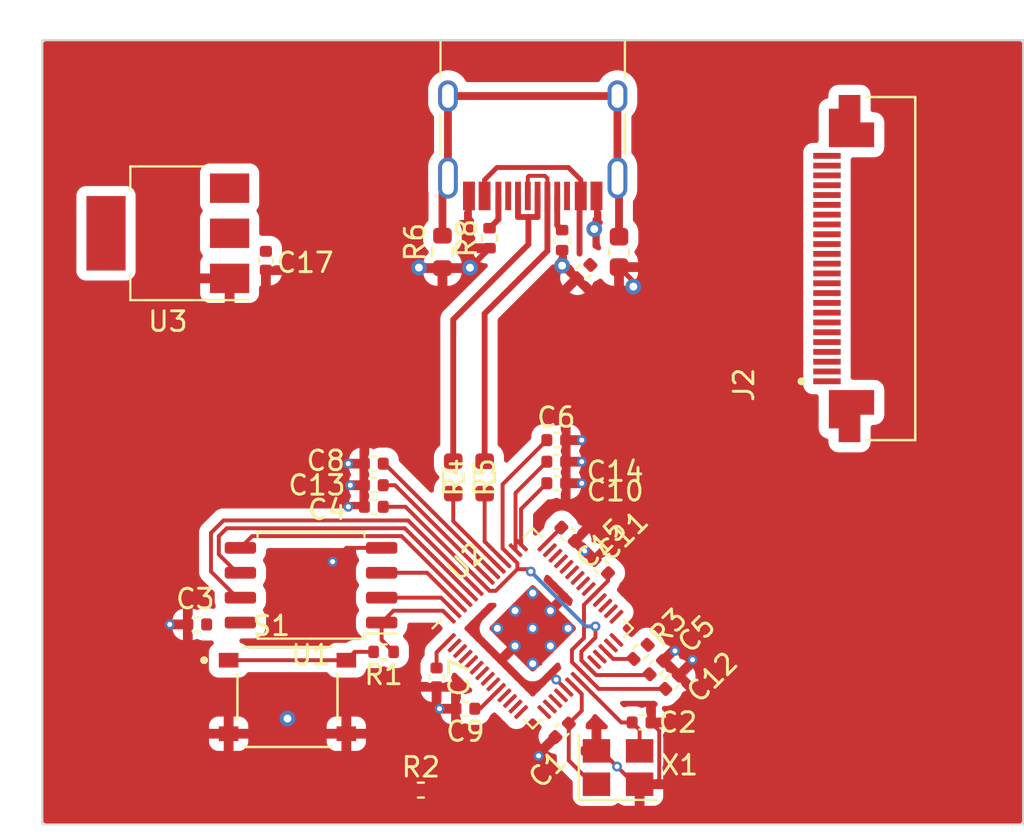
<source format=kicad_pcb>
(kicad_pcb (version 20240108) (generator "pcbnew") (generator_version "8.0")
  (layers (0 "F.Cu" signal) (31 "B.Cu" signal) (34 "B.Paste" user) (35 "F.Paste" user) (36 "B.SilkS" user "B.Silkscreen") (37 "F.SilkS" user "F.Silkscreen") (38 "B.Mask" user) (39 "F.Mask" user) (44 "Edge.Cuts" user))
  (net 0 "")
  (net 1 "Net-(U2-XIN)")
  (net 2 "GND")
  (net 3 "Net-(U2-XOUT)")
  (net 4 "/USB_D-")
  (net 5 "Net-(J1-SHIELD)")
  (net 6 "/USB_D+")
  (net 7 "/QSPI_SS")
  (net 8 "+3V3")
  (net 9 "Net-(J1-CC1)")
  (net 11 "Net-(J1-CC2)")
  (net 13 "Net-(U2-RUN)")
  (net 14 "+1V1")
  (net 15 "Net-(U2-USB_DP)")
  (net 16 "Net-(U2-USB_DM)")
  (net 17 "Net-(R1-Pad2)")
  (net 18 "Net-(U1-DO(IO1))")
  (net 19 "Net-(U1-IO2)")
  (net 20 "Net-(U1-DI(IO0))")
  (net 21 "Net-(U1-CLK)")
  (net 22 "Net-(U1-IO3)")
  (net 24 "Net-(J2-Pin_2)")
  (net 25 "Net-(J2-Pin_23)")
  (net 26 "Net-(J2-Pin_14)")
  (net 27 "Net-(J2-Pin_1)")
  (net 28 "Net-(J2-Pin_10)")
  (net 29 "Net-(J2-Pin_11)")
  (net 30 "Net-(J2-Pin_5)")
  (net 31 "VBUS")
  (net 32 "Net-(J2-Pin_22)")
  (net 33 "Net-(J2-Pin_20)")
  (net 34 "Net-(J2-Pin_17)")
  (net 35 "Net-(J2-Pin_6)")
  (net 36 "Net-(J2-Pin_19)")
  (net 37 "Net-(J2-Pin_18)")
  (net 38 "Net-(J2-Pin_24)")
  (net 39 "Net-(J2-Pin_4)")
  (net 42 "Net-(J2-Pin_3)")
  (net 43 "Net-(J2-Pin_13)")
  (net 44 "Net-(J2-Pin_9)")
  (net 45 "Net-(J2-Pin_16)")
  (net 46 "Net-(J2-Pin_7)")
  (net 52 "Net-(J2-Pin_21)")
  (net 53 "Net-(J2-Pin_15)")
  (net 54 "Net-(J2-Pin_8)")
  (net 55 "Net-(J2-Pin_12)")
  (footprint "Capacitor_SMD:C_0402_1005Metric" (layer "F.Cu") (at 120.1 132.5 -90)
    (property "Reference" "C7" (at 0 -1.16 90) (layer "F.SilkS"))
    (property "Value" "100n")
    (pad "1" smd roundrect (at -0.48 0 270) (size 0.56 0.62) (layers "F.Cu" "F.Paste" "F.Mask") (net 8 "+3V3"))
    (pad "2" smd roundrect (at 0.48 0 270) (size 0.56 0.62) (layers "F.Cu" "F.Paste" "F.Mask") (net 2 "GND"))
  )
  (footprint "Resistor_SMD:R_0402_1005Metric" (layer "F.Cu") (at 130.5 131.2 -135)
    (property "Reference" "R3" (at -1.873833 -0.106066 45) (layer "F.SilkS"))
    (property "Value" "10k")
    (pad "1" smd roundrect (at -0.509999 0 225) (size 0.54 0.64) (layers "F.Cu" "F.Paste" "F.Mask") (net 8 "+3V3"))
    (pad "2" smd roundrect (at 0.509999 0 225) (size 0.54 0.64) (layers "F.Cu" "F.Paste" "F.Mask") (net 13 "Net-(U2-RUN)"))
  )
  (footprint "Capacitor_SMD:C_0402_1005Metric" (layer "F.Cu") (at 111.4 111.25 90)
    (property "Reference" "C17" (at -0.1 2 180) (layer "F.SilkS"))
    (property "Value" "10u")
    (pad "1" smd roundrect (at -0.48 0 90) (size 0.56 0.62) (layers "F.Cu" "F.Paste" "F.Mask") (net 2 "GND"))
    (pad "2" smd roundrect (at 0.48 0 90) (size 0.56 0.62) (layers "F.Cu" "F.Paste" "F.Mask") (net 8 "+3V3"))
  )
  (footprint "Capacitor_SMD:C_0402_1005Metric" (layer "F.Cu") (at 127.6 111.8 45)
    (property "Reference" "C18" (hide yes))
    (property "Value" "10u")
    (pad "1" smd roundrect (at -0.48 0 45) (size 0.56 0.62) (layers "F.Cu" "F.Paste" "F.Mask") (net 2 "GND"))
    (pad "2" smd roundrect (at 0.48 0 45) (size 0.56 0.62) (layers "F.Cu" "F.Paste" "F.Mask") (net 31 "VBUS"))
  )
  (footprint "Resistor_SMD:R_0603_1608Metric" (layer "F.Cu") (at 122.55 122.3 90)
    (property "Reference" "R5" (at 0 0 90) (layer "F.SilkS"))
    (property "Value" "27")
    (pad "1" smd roundrect (at -0.825 0 90) (size 0.8 0.95) (layers "F.Cu" "F.Paste" "F.Mask") (net 16 "Net-(U2-USB_DM)"))
    (pad "2" smd roundrect (at 0.825 0 90) (size 0.8 0.95) (layers "F.Cu" "F.Paste" "F.Mask") (net 4 "/USB_D-"))
  )
  (footprint "RP2040_minimal:RP2040-QFN-56" (layer "F.Cu") (at 125 130 45)
    (property "Reference" "U2" (at 0 -4.82 45) (layer "F.SilkS"))
    (property "Value" "RP2040")
    (pad "1" smd roundrect (at -3.4375 -2.6 45) (size 0.875 0.2) (layers "F.Cu" "F.Paste" "F.Mask") (net 8 "+3V3"))
    (pad "2" smd roundrect (at -3.4375 -2.199999 45) (size 0.875 0.2) (layers "F.Cu" "F.Paste" "F.Mask"))
    (pad "3" smd roundrect (at -3.4375 -1.8 45) (size 0.875 0.2) (layers "F.Cu" "F.Paste" "F.Mask") (net 27 "Net-(J2-Pin_1)"))
    (pad "4" smd roundrect (at -3.4375 -1.4 45) (size 0.875 0.2) (layers "F.Cu" "F.Paste" "F.Mask") (net 24 "Net-(J2-Pin_2)"))
    (pad "5" smd roundrect (at -3.4375 -1 45) (size 0.875 0.2) (layers "F.Cu" "F.Paste" "F.Mask") (net 42 "Net-(J2-Pin_3)"))
    (pad "6" smd roundrect (at -3.4375 -0.600001 45) (size 0.875 0.2) (layers "F.Cu" "F.Paste" "F.Mask") (net 39 "Net-(J2-Pin_4)"))
    (pad "7" smd roundrect (at -3.4375 -0.2 45) (size 0.875 0.2) (layers "F.Cu" "F.Paste" "F.Mask") (net 30 "Net-(J2-Pin_5)"))
    (pad "8" smd roundrect (at -3.4375 0.2 45) (size 0.875 0.2) (layers "F.Cu" "F.Paste" "F.Mask") (net 35 "Net-(J2-Pin_6)"))
    (pad "9" smd roundrect (at -3.4375 0.600001 45) (size 0.875 0.2) (layers "F.Cu" "F.Paste" "F.Mask") (net 46 "Net-(J2-Pin_7)"))
    (pad "10" smd roundrect (at -3.4375 1 45) (size 0.875 0.2) (layers "F.Cu" "F.Paste" "F.Mask") (net 8 "+3V3"))
    (pad "11" smd roundrect (at -3.4375 1.4 45) (size 0.875 0.2) (layers "F.Cu" "F.Paste" "F.Mask") (net 54 "Net-(J2-Pin_8)"))
    (pad "12" smd roundrect (at -3.4375 1.8 45) (size 0.875 0.2) (layers "F.Cu" "F.Paste" "F.Mask") (net 44 "Net-(J2-Pin_9)"))
    (pad "13" smd roundrect (at -3.4375 2.199999 45) (size 0.875 0.2) (layers "F.Cu" "F.Paste" "F.Mask") (net 28 "Net-(J2-Pin_10)"))
    (pad "14" smd roundrect (at -3.4375 2.6 45) (size 0.875 0.2) (layers "F.Cu" "F.Paste" "F.Mask") (net 29 "Net-(J2-Pin_11)"))
    (pad "15" smd roundrect (at -2.6 3.4375 45) (size 0.2 0.875) (layers "F.Cu" "F.Paste" "F.Mask") (net 55 "Net-(J2-Pin_12)"))
    (pad "16" smd roundrect (at -2.199999 3.4375 45) (size 0.2 0.875) (layers "F.Cu" "F.Paste" "F.Mask") (net 43 "Net-(J2-Pin_13)"))
    (pad "17" smd roundrect (at -1.8 3.4375 45) (size 0.2 0.875) (layers "F.Cu" "F.Paste" "F.Mask") (net 26 "Net-(J2-Pin_14)"))
    (pad "18" smd roundrect (at -1.4 3.4375 45) (size 0.2 0.875) (layers "F.Cu" "F.Paste" "F.Mask") (net 53 "Net-(J2-Pin_15)"))
    (pad "19" smd roundrect (at -1 3.4375 45) (size 0.2 0.875) (layers "F.Cu" "F.Paste" "F.Mask") (net 2 "GND"))
    (pad "20" smd roundrect (at -0.600001 3.4375 45) (size 0.2 0.875) (layers "F.Cu" "F.Paste" "F.Mask") (net 1 "Net-(U2-XIN)"))
    (pad "21" smd roundrect (at -0.2 3.4375 45) (size 0.2 0.875) (layers "F.Cu" "F.Paste" "F.Mask") (net 3 "Net-(U2-XOUT)"))
    (pad "22" smd roundrect (at 0.2 3.4375 45) (size 0.2 0.875) (layers "F.Cu" "F.Paste" "F.Mask") (net 8 "+3V3"))
    (pad "23" smd roundrect (at 0.600001 3.4375 45) (size 0.2 0.875) (layers "F.Cu" "F.Paste" "F.Mask") (net 14 "+1V1"))
    (pad "24" smd roundrect (at 1 3.4375 45) (size 0.2 0.875) (layers "F.Cu" "F.Paste" "F.Mask"))
    (pad "25" smd roundrect (at 1.4 3.4375 45) (size 0.2 0.875) (layers "F.Cu" "F.Paste" "F.Mask"))
    (pad "26" smd roundrect (at 1.8 3.4375 45) (size 0.2 0.875) (layers "F.Cu" "F.Paste" "F.Mask") (net 13 "Net-(U2-RUN)"))
    (pad "27" smd roundrect (at 2.199999 3.4375 45) (size 0.2 0.875) (layers "F.Cu" "F.Paste" "F.Mask") (net 45 "Net-(J2-Pin_16)"))
    (pad "28" smd roundrect (at 2.6 3.4375 45) (size 0.2 0.875) (layers "F.Cu" "F.Paste" "F.Mask") (net 34 "Net-(J2-Pin_17)"))
    (pad "29" smd roundrect (at 3.4375 2.6 45) (size 0.875 0.2) (layers "F.Cu" "F.Paste" "F.Mask") (net 37 "Net-(J2-Pin_18)"))
    (pad "30" smd roundrect (at 3.4375 2.199999 45) (size 0.875 0.2) (layers "F.Cu" "F.Paste" "F.Mask") (net 36 "Net-(J2-Pin_19)"))
    (pad "31" smd roundrect (at 3.4375 1.8 45) (size 0.875 0.2) (layers "F.Cu" "F.Paste" "F.Mask") (net 33 "Net-(J2-Pin_20)"))
    (pad "32" smd roundrect (at 3.4375 1.4 45) (size 0.875 0.2) (layers "F.Cu" "F.Paste" "F.Mask") (net 52 "Net-(J2-Pin_21)"))
    (pad "33" smd roundrect (at 3.4375 1 45) (size 0.875 0.2) (layers "F.Cu" "F.Paste" "F.Mask") (net 8 "+3V3"))
    (pad "34" smd roundrect (at 3.4375 0.600001 45) (size 0.875 0.2) (layers "F.Cu" "F.Paste" "F.Mask") (net 32 "Net-(J2-Pin_22)"))
    (pad "35" smd roundrect (at 3.4375 0.2 45) (size 0.875 0.2) (layers "F.Cu" "F.Paste" "F.Mask") (net 25 "Net-(J2-Pin_23)"))
    (pad "36" smd roundrect (at 3.4375 -0.2 45) (size 0.875 0.2) (layers "F.Cu" "F.Paste" "F.Mask") (net 38 "Net-(J2-Pin_24)"))
    (pad "37" smd roundrect (at 3.4375 -0.600001 45) (size 0.875 0.2) (layers "F.Cu" "F.Paste" "F.Mask"))
    (pad "38" smd roundrect (at 3.4375 -1 45) (size 0.875 0.2) (layers "F.Cu" "F.Paste" "F.Mask"))
    (pad "39" smd roundrect (at 3.4375 -1.4 45) (size 0.875 0.2) (layers "F.Cu" "F.Paste" "F.Mask"))
    (pad "40" smd roundrect (at 3.4375 -1.8 45) (size 0.875 0.2) (layers "F.Cu" "F.Paste" "F.Mask"))
    (pad "41" smd roundrect (at 3.4375 -2.199999 45) (size 0.875 0.2) (layers "F.Cu" "F.Paste" "F.Mask"))
    (pad "42" smd roundrect (at 3.4375 -2.6 45) (size 0.875 0.2) (layers "F.Cu" "F.Paste" "F.Mask") (net 8 "+3V3"))
    (pad "43" smd roundrect (at 2.6 -3.4375 45) (size 0.2 0.875) (layers "F.Cu" "F.Paste" "F.Mask") (net 8 "+3V3"))
    (pad "44" smd roundrect (at 2.199999 -3.4375 45) (size 0.2 0.875) (layers "F.Cu" "F.Paste" "F.Mask") (net 8 "+3V3"))
    (pad "45" smd roundrect (at 1.8 -3.4375 45) (size 0.2 0.875) (layers "F.Cu" "F.Paste" "F.Mask") (net 14 "+1V1"))
    (pad "46" smd roundrect (at 1.4 -3.4375 45) (size 0.2 0.875) (layers "F.Cu" "F.Paste" "F.Mask") (net 16 "Net-(U2-USB_DM)"))
    (pad "47" smd roundrect (at 1 -3.4375 45) (size 0.2 0.875) (layers "F.Cu" "F.Paste" "F.Mask") (net 15 "Net-(U2-USB_DP)"))
    (pad "48" smd roundrect (at 0.600001 -3.4375 45) (size 0.2 0.875) (layers "F.Cu" "F.Paste" "F.Mask") (net 8 "+3V3"))
    (pad "49" smd roundrect (at 0.2 -3.4375 45) (size 0.2 0.875) (layers "F.Cu" "F.Paste" "F.Mask") (net 8 "+3V3"))
    (pad "50" smd roundrect (at -0.2 -3.4375 45) (size 0.2 0.875) (layers "F.Cu" "F.Paste" "F.Mask") (net 14 "+1V1"))
    (pad "51" smd roundrect (at -0.600001 -3.4375 45) (size 0.2 0.875) (layers "F.Cu" "F.Paste" "F.Mask") (net 22 "Net-(U1-IO3)"))
    (pad "52" smd roundrect (at -1 -3.4375 45) (size 0.2 0.875) (layers "F.Cu" "F.Paste" "F.Mask") (net 21 "Net-(U1-CLK)"))
    (pad "53" smd roundrect (at -1.4 -3.4375 45) (size 0.2 0.875) (layers "F.Cu" "F.Paste" "F.Mask") (net 20 "Net-(U1-DI(IO0))"))
    (pad "54" smd roundrect (at -1.8 -3.4375 45) (size 0.2 0.875) (layers "F.Cu" "F.Paste" "F.Mask") (net 19 "Net-(U1-IO2)"))
    (pad "55" smd roundrect (at -2.199999 -3.4375 45) (size 0.2 0.875) (layers "F.Cu" "F.Paste" "F.Mask") (net 18 "Net-(U1-DO(IO1))"))
    (pad "56" smd roundrect (at -2.6 -3.4375 45) (size 0.2 0.875) (layers "F.Cu" "F.Paste" "F.Mask") (net 7 "/QSPI_SS"))
    (pad "57" thru_hole circle (at -1.275 -1.275 45) (size 0.6 0.6) (drill 0.35) (layers "*.Cu") (net 2 "GND"))
    (pad "57" thru_hole circle (at -1.275 0 45) (size 0.6 0.6) (drill 0.35) (layers "*.Cu") (net 2 "GND"))
    (pad "57" thru_hole circle (at -1.275 1.275 45) (size 0.6 0.6) (drill 0.35) (layers "*.Cu") (net 2 "GND"))
    (pad "57" thru_hole circle (at 0 -1.275 45) (size 0.6 0.6) (drill 0.35) (layers "*.Cu") (net 2 "GND"))
    (pad "57" thru_hole circle (at 0 0 45) (size 0.6 0.6) (drill 0.35) (layers "*.Cu") (net 2 "GND"))
    (pad "57" smd roundrect (at 0 0 45) (size 3.2 3.2) (layers "F.Cu" "F.Mask") (roundrect_rratio 0.045) (net 2 "GND"))
    (pad "57" thru_hole circle (at 0 1.275 45) (size 0.6 0.6) (drill 0.35) (layers "*.Cu") (net 2 "GND"))
    (pad "57" thru_hole circle (at 1.275 -1.275 45) (size 0.6 0.6) (drill 0.35) (layers "*.Cu") (net 2 "GND"))
    (pad "57" thru_hole circle (at 1.275 0 45) (size 0.6 0.6) (drill 0.35) (layers "*.Cu") (net 2 "GND"))
    (pad "57" thru_hole circle (at 1.275 1.275 45) (size 0.6 0.6) (drill 0.35) (layers "*.Cu") (net 2 "GND"))
  )
  (footprint "Resistor_SMD:R_0402_1005Metric" (layer "F.Cu") (at 126.5 110.2 90)
    (property "Reference" "R7" (hide yes))
    (property "Value" "5.1K")
    (pad "1" smd roundrect (at -0.51 0 90) (size 0.54 0.64) (layers "F.Cu" "F.Paste" "F.Mask") (net 2 "GND"))
    (pad "2" smd roundrect (at 0.51 0 90) (size 0.54 0.64) (layers "F.Cu" "F.Paste" "F.Mask") (net 9 "Net-(J1-CC1)"))
  )
  (footprint "Capacitor_SMD:C_0402_1005Metric" (layer "F.Cu") (at 126.2 120.4)
    (property "Reference" "C6" (at 0 -1.16 0) (layer "F.SilkS"))
    (property "Value" "100n")
    (pad "1" smd roundrect (at -0.48 0) (size 0.56 0.62) (layers "F.Cu" "F.Paste" "F.Mask") (net 14 "+1V1"))
    (pad "2" smd roundrect (at 0.48 0) (size 0.56 0.62) (layers "F.Cu" "F.Paste" "F.Mask") (net 2 "GND"))
  )
  (footprint "Resistor_SMD:R_0603_1608Metric" (layer "F.Cu") (at 120.95 122.3 90)
    (property "Reference" "R4" (at 0 0.05 90) (layer "F.SilkS"))
    (property "Value" "27")
    (pad "1" smd roundrect (at -0.825 0 90) (size 0.8 0.95) (layers "F.Cu" "F.Paste" "F.Mask") (net 15 "Net-(U2-USB_DP)"))
    (pad "2" smd roundrect (at 0.825 0 90) (size 0.8 0.95) (layers "F.Cu" "F.Paste" "F.Mask") (net 6 "/USB_D+"))
  )
  (footprint "Capacitor_SMD:C_0603_1608Metric" (layer "F.Cu") (at 129.4 110.8 -90)
    (property "Reference" "C16" (hide yes))
    (property "Value" "100n")
    (pad "1" smd roundrect (at -0.775 0 270) (size 0.9 0.95) (layers "F.Cu" "F.Paste" "F.Mask") (net 5 "Net-(J1-SHIELD)"))
    (pad "2" smd roundrect (at 0.775 0 270) (size 0.9 0.95) (layers "F.Cu" "F.Paste" "F.Mask") (net 2 "GND"))
  )
  (footprint "Resistor_SMD:R_0402_1005Metric" (layer "F.Cu") (at 119.3 138.25)
    (property "Reference" "R2" (at 0 -1.17 0) (layer "F.SilkS"))
    (property "Value" "DNF")
    (pad "1" smd roundrect (at -0.51 0) (size 0.54 0.64) (layers "F.Cu" "F.Paste" "F.Mask") (net 7 "/QSPI_SS"))
    (pad "2" smd roundrect (at 0.51 0) (size 0.54 0.64) (layers "F.Cu" "F.Paste" "F.Mask") (net 8 "+3V3"))
  )
  (footprint "Resistor_SMD:R_0402_1005Metric" (layer "F.Cu") (at 122.8 110.1 90)
    (property "Reference" "R8" (at 0 -1.17 90) (layer "F.SilkS"))
    (property "Value" "5.1K")
    (pad "1" smd roundrect (at -0.51 0 90) (size 0.54 0.64) (layers "F.Cu" "F.Paste" "F.Mask") (net 2 "GND"))
    (pad "2" smd roundrect (at 0.51 0 90) (size 0.54 0.64) (layers "F.Cu" "F.Paste" "F.Mask") (net 11 "Net-(J1-CC2)"))
  )
  (footprint "Capacitor_SMD:C_0402_1005Metric" (layer "F.Cu") (at 131.3 132 45)
    (property "Reference" "C5" (at 2.65165 0.247487 45) (layer "F.SilkS"))
    (property "Value" "1u")
    (pad "1" smd roundrect (at -0.48 0 45) (size 0.56 0.62) (layers "F.Cu" "F.Paste" "F.Mask") (net 14 "+1V1"))
    (pad "2" smd roundrect (at 0.48 0 45) (size 0.56 0.62) (layers "F.Cu" "F.Paste" "F.Mask") (net 2 "GND"))
  )
  (footprint "Capacitor_SMD:C_0402_1005Metric" (layer "F.Cu") (at 126.5 135.2 45)
    (property "Reference" "C1" (at -1.944544 0.883883 45) (layer "F.SilkS"))
    (property "Value" "33pf")
    (pad "1" smd roundrect (at -0.48 0 45) (size 0.56 0.62) (layers "F.Cu" "F.Paste" "F.Mask") (net 2 "GND"))
    (pad "2" smd roundrect (at 0.48 0 45) (size 0.56 0.62) (layers "F.Cu" "F.Paste" "F.Mask") (net 1 "Net-(U2-XIN)"))
  )
  (footprint "Connector_USB:USB_C_Receptacle_HRO_TYPE-C-31-M-12" (layer "F.Cu") (at 125 103.9 180)
    (property "Reference" "J1" (hide yes))
    (property "Value" "TYPE-C-31-M-12")
    (pad "" np_thru_hole circle (at -2.89 -2.6 180) (size 0.65 0.65) (drill 0.65) (layers "*.Cu" "*.Mask"))
    (pad "" np_thru_hole circle (at 2.89 -2.6 180) (size 0.65 0.65) (drill 0.65) (layers "*.Cu" "*.Mask"))
    (pad "A1" smd rect (at -3.25 -4.045 180) (size 0.6 1.45) (layers "F.Cu" "F.Paste" "F.Mask") (net 2 "GND"))
    (pad "A4" smd rect (at -2.45 -4.045 180) (size 0.6 1.45) (layers "F.Cu" "F.Paste" "F.Mask") (net 31 "VBUS"))
    (pad "A5" smd rect (at -1.25 -4.045 180) (size 0.3 1.45) (layers "F.Cu" "F.Paste" "F.Mask") (net 9 "Net-(J1-CC1)"))
    (pad "A6" smd rect (at -0.25 -4.045 180) (size 0.3 1.45) (layers "F.Cu" "F.Paste" "F.Mask") (net 6 "/USB_D+"))
    (pad "A7" smd rect (at 0.25 -4.045 180) (size 0.3 1.45) (layers "F.Cu" "F.Paste" "F.Mask") (net 4 "/USB_D-"))
    (pad "A8" smd rect (at 1.25 -4.045 180) (size 0.3 1.45) (layers "F.Cu" "F.Paste" "F.Mask"))
    (pad "A9" smd rect (at 2.45 -4.045 180) (size 0.6 1.45) (layers "F.Cu" "F.Paste" "F.Mask") (net 31 "VBUS"))
    (pad "A12" smd rect (at 3.25 -4.045 180) (size 0.6 1.45) (layers "F.Cu" "F.Paste" "F.Mask") (net 2 "GND"))
    (pad "B1" smd rect (at 3.25 -4.045 180) (size 0.6 1.45) (layers "F.Cu" "F.Paste" "F.Mask") (net 2 "GND"))
    (pad "B4" smd rect (at 2.45 -4.045 180) (size 0.6 1.45) (layers "F.Cu" "F.Paste" "F.Mask") (net 31 "VBUS"))
    (pad "B5" smd rect (at 1.75 -4.045 180) (size 0.3 1.45) (layers "F.Cu" "F.Paste" "F.Mask") (net 11 "Net-(J1-CC2)"))
    (pad "B6" smd rect (at 0.75 -4.045 180) (size 0.3 1.45) (layers "F.Cu" "F.Paste" "F.Mask") (net 6 "/USB_D+"))
    (pad "B7" smd rect (at -0.75 -4.045 180) (size 0.3 1.45) (layers "F.Cu" "F.Paste" "F.Mask") (net 4 "/USB_D-"))
    (pad "B8" smd rect (at -1.75 -4.045 180) (size 0.3 1.45) (layers "F.Cu" "F.Paste" "F.Mask"))
    (pad "B9" smd rect (at -2.45 -4.045 180) (size 0.6 1.45) (layers "F.Cu" "F.Paste" "F.Mask") (net 31 "VBUS"))
    (pad "B12" smd rect (at -3.25 -4.045 180) (size 0.6 1.45) (layers "F.Cu" "F.Paste" "F.Mask") (net 2 "GND"))
    (pad "S1" thru_hole oval (at -4.32 -3.13 180) (size 1 2.1) (drill oval 0.6 1.7) (layers "*.Cu" "*.Mask") (net 5 "Net-(J1-SHIELD)"))
    (pad "S1" thru_hole oval (at -4.32 1.05 180) (size 1 1.6) (drill oval 0.6 1.2) (layers "*.Cu" "*.Mask") (net 5 "Net-(J1-SHIELD)"))
    (pad "S1" thru_hole oval (at 4.32 -3.13 180) (size 1 2.1) (drill oval 0.6 1.7) (layers "*.Cu" "*.Mask") (net 5 "Net-(J1-SHIELD)"))
    (pad "S1" thru_hole oval (at 4.32 1.05 180) (size 1 1.6) (drill oval 0.6 1.2) (layers "*.Cu" "*.Mask") (net 5 "Net-(J1-SHIELD)"))
  )
  (footprint "Capacitor_SMD:C_0402_1005Metric" (layer "F.Cu") (at 116.9 122.7 180)
    (property "Reference" "C13" (at 2.9 0 0) (layer "F.SilkS"))
    (property "Value" "100n")
    (pad "1" smd roundrect (at -0.48 0 180) (size 0.56 0.62) (layers "F.Cu" "F.Paste" "F.Mask") (net 8 "+3V3"))
    (pad "2" smd roundrect (at 0.48 0 180) (size 0.56 0.62) (layers "F.Cu" "F.Paste" "F.Mask") (net 2 "GND"))
  )
  (footprint "Capacitor_SMD:C_0402_1005Metric" (layer "F.Cu") (at 107.9 129.8 180)
    (property "Reference" "C3" (at 0.1 1.3 0) (layer "F.SilkS"))
    (property "Value" "100n")
    (pad "1" smd roundrect (at -0.48 0 180) (size 0.56 0.62) (layers "F.Cu" "F.Paste" "F.Mask") (net 8 "+3V3"))
    (pad "2" smd roundrect (at 0.48 0 180) (size 0.56 0.62) (layers "F.Cu" "F.Paste" "F.Mask") (net 2 "GND"))
  )
  (footprint "myFootprints:SW_TS-1187A-B-A-B" (layer "F.Cu") (at 112.5 133.5)
    (property "Reference" "S1" (at -0.825 -3.635 0) (layer "F.SilkS"))
    (property "Value" "TS-1187A-B-A-B")
    (pad "A" smd rect (at -3 -1.875) (size 1 0.75) (layers "F.Cu" "F.Paste" "F.Mask") (net 17 "Net-(R1-Pad2)"))
    (pad "B" smd rect (at 3 -1.875) (size 1 0.75) (layers "F.Cu" "F.Paste" "F.Mask") (net 17 "Net-(R1-Pad2)"))
    (pad "C" smd rect (at -3 1.875) (size 1 0.75) (layers "F.Cu" "F.Paste" "F.Mask") (net 2 "GND"))
    (pad "D" smd rect (at 3 1.875) (size 1 0.75) (layers "F.Cu" "F.Paste" "F.Mask") (net 2 "GND"))
  )
  (footprint "Connector_Amphenol:AMPHENOL_SFV24R-2STE1HLF" (layer "F.Cu") (at 142.4 111.65 90)
    (property "Reference" "J2" (at -5.925 -6.635 270) (layer "F.SilkS"))
    (property "Value" "Conn_01x24")
    (pad "1" smd rect (at -5.75 -2.4 90) (size 0.3 1.4) (layers "F.Cu" "F.Paste" "F.Mask") (net 27 "Net-(J2-Pin_1)"))
    (pad "2" smd rect (at -5.25 -2.4 90) (size 0.3 1.4) (layers "F.Cu" "F.Paste" "F.Mask") (net 24 "Net-(J2-Pin_2)"))
    (pad "3" smd rect (at -4.75 -2.4 90) (size 0.3 1.4) (layers "F.Cu" "F.Paste" "F.Mask") (net 42 "Net-(J2-Pin_3)"))
    (pad "4" smd rect (at -4.25 -2.4 90) (size 0.3 1.4) (layers "F.Cu" "F.Paste" "F.Mask") (net 39 "Net-(J2-Pin_4)"))
    (pad "5" smd rect (at -3.75 -2.4 90) (size 0.3 1.4) (layers "F.Cu" "F.Paste" "F.Mask") (net 30 "Net-(J2-Pin_5)"))
    (pad "6" smd rect (at -3.25 -2.4 90) (size 0.3 1.4) (layers "F.Cu" "F.Paste" "F.Mask") (net 35 "Net-(J2-Pin_6)"))
    (pad "7" smd rect (at -2.75 -2.4 90) (size 0.3 1.4) (layers "F.Cu" "F.Paste" "F.Mask") (net 46 "Net-(J2-Pin_7)"))
    (pad "8" smd rect (at -2.25 -2.4 90) (size 0.3 1.4) (layers "F.Cu" "F.Paste" "F.Mask") (net 54 "Net-(J2-Pin_8)"))
    (pad "9" smd rect (at -1.75 -2.4 90) (size 0.3 1.4) (layers "F.Cu" "F.Paste" "F.Mask") (net 44 "Net-(J2-Pin_9)"))
    (pad "10" smd rect (at -1.25 -2.4 90) (size 0.3 1.4) (layers "F.Cu" "F.Paste" "F.Mask") (net 28 "Net-(J2-Pin_10)"))
    (pad "11" smd rect (at -0.75 -2.4 90) (size 0.3 1.4) (layers "F.Cu" "F.Paste" "F.Mask") (net 29 "Net-(J2-Pin_11)"))
    (pad "12" smd rect (at -0.25 -2.4 90) (size 0.3 1.4) (layers "F.Cu" "F.Paste" "F.Mask") (net 55 "Net-(J2-Pin_12)"))
    (pad "13" smd rect (at 0.25 -2.4 90) (size 0.3 1.4) (layers "F.Cu" "F.Paste" "F.Mask") (net 43 "Net-(J2-Pin_13)"))
    (pad "14" smd rect (at 0.75 -2.4 90) (size 0.3 1.4) (layers "F.Cu" "F.Paste" "F.Mask") (net 26 "Net-(J2-Pin_14)"))
    (pad "15" smd rect (at 1.25 -2.4 90) (size 0.3 1.4) (layers "F.Cu" "F.Paste" "F.Mask") (net 53 "Net-(J2-Pin_15)"))
    (pad "16" smd rect (at 1.75 -2.4 90) (size 0.3 1.4) (layers "F.Cu" "F.Paste" "F.Mask") (net 45 "Net-(J2-Pin_16)"))
    (pad "17" smd rect (at 2.25 -2.4 90) (size 0.3 1.4) (layers "F.Cu" "F.Paste" "F.Mask") (net 34 "Net-(J2-Pin_17)"))
    (pad "18" smd rect (at 2.75 -2.4 90) (size 0.3 1.4) (layers "F.Cu" "F.Paste" "F.Mask") (net 37 "Net-(J2-Pin_18)"))
    (pad "19" smd rect (at 3.25 -2.4 90) (size 0.3 1.4) (layers "F.Cu" "F.Paste" "F.Mask") (net 36 "Net-(J2-Pin_19)"))
    (pad "20" smd rect (at 3.75 -2.4 90) (size 0.3 1.4) (layers "F.Cu" "F.Paste" "F.Mask") (net 33 "Net-(J2-Pin_20)"))
    (pad "21" smd rect (at 4.25 -2.4 90) (size 0.3 1.4) (layers "F.Cu" "F.Paste" "F.Mask") (net 52 "Net-(J2-Pin_21)"))
    (pad "22" smd rect (at 4.75 -2.4 90) (size 0.3 1.4) (layers "F.Cu" "F.Paste" "F.Mask") (net 32 "Net-(J2-Pin_22)"))
    (pad "23" smd rect (at 5.25 -2.4 90) (size 0.3 1.4) (layers "F.Cu" "F.Paste" "F.Mask") (net 25 "Net-(J2-Pin_23)"))
    (pad "24" smd rect (at 5.75 -2.4 90) (size 0.3 1.4) (layers "F.Cu" "F.Paste" "F.Mask") (net 38 "Net-(J2-Pin_24)"))
    (pad "S1" smd custom (at -7.525 -1.4 90) (size 1 1) (layers "F.Cu") (options (clearance outline) (anchor rect)) (primitives (gr_poly (pts (xy -1.325 -0.4) (xy -1.325 0.7) (xy 0.075 0.7) (xy 0.075 1.4) (xy 1.325 1.4) (xy 1.325 -0.9) (xy -0.625 -0.9) (xy -0.625 -0.4)) (width 0.01) (fill yes))))
    (pad "S2" smd custom (at 7.525 -1.4 90) (size 1 1) (layers "F.Cu") (options (clearance outline) (anchor rect)) (primitives (gr_poly (pts (xy 1.325 -0.4) (xy 1.325 0.7) (xy -0.075 0.7) (xy -0.075 1.4) (xy -1.325 1.4) (xy -1.325 -0.9) (xy 0.625 -0.9) (xy 0.625 -0.4)) (width 0.01) (fill yes))))
  )
  (footprint "Capacitor_SMD:C_0402_1005Metric" (layer "F.Cu") (at 126.2 122.6)
    (property "Reference" "C10" (at 3 0.4 0) (layer "F.SilkS"))
    (property "Value" "100n")
    (pad "1" smd roundrect (at -0.48 0) (size 0.56 0.62) (layers "F.Cu" "F.Paste" "F.Mask") (net 8 "+3V3"))
    (pad "2" smd roundrect (at 0.48 0) (size 0.56 0.62) (layers "F.Cu" "F.Paste" "F.Mask") (net 2 "GND"))
  )
  (footprint "Package_TO_SOT_SMD:SOT-223-3_TabPin2" (layer "F.Cu") (at 106.4 109.85 180)
    (property "Reference" "U3" (at 0 -4.5 0) (layer "F.SilkS"))
    (property "Value" "NCP1117-3.3_SOT223")
    (pad "1" smd rect (at -3.15 -2.3 180) (size 2 1.5) (layers "F.Cu" "F.Paste" "F.Mask") (net 2 "GND"))
    (pad "2" smd rect (at -3.15 0 180) (size 2 1.5) (layers "F.Cu" "F.Paste" "F.Mask") (net 8 "+3V3"))
    (pad "2" smd rect (at 3.15 0 180) (size 2 3.8) (layers "F.Cu" "F.Paste" "F.Mask") (net 8 "+3V3"))
    (pad "3" smd rect (at -3.15 2.3 180) (size 2 1.5) (layers "F.Cu" "F.Paste" "F.Mask") (net 31 "VBUS"))
  )
  (footprint "Crystal:Crystal_SMD_3225-4Pin_3.2x2.5mm" (layer "F.Cu") (at 129.35 137.1)
    (property "Reference" "X1" (at 3.125 -0.125 0) (layer "F.SilkS"))
    (property "Value" "12Mhz")
    (pad "1" smd rect (at -1.1 0.85) (size 1.4 1.2) (layers "F.Cu" "F.Paste" "F.Mask") (net 1 "Net-(U2-XIN)"))
    (pad "2" smd rect (at 1.1 0.85) (size 1.4 1.2) (layers "F.Cu" "F.Paste" "F.Mask") (net 2 "GND"))
    (pad "3" smd rect (at 1.1 -0.85) (size 1.4 1.2) (layers "F.Cu" "F.Paste" "F.Mask") (net 3 "Net-(U2-XOUT)"))
    (pad "4" smd rect (at -1.1 -0.85) (size 1.4 1.2) (layers "F.Cu" "F.Paste" "F.Mask") (net 2 "GND"))
  )
  (footprint "Capacitor_SMD:C_0402_1005Metric" (layer "F.Cu") (at 121.57 134.1 180)
    (property "Reference" "C9" (at 0 -1.16 0) (layer "F.SilkS"))
    (property "Value" "100n")
    (pad "1" smd roundrect (at -0.48 0 180) (size 0.56 0.62) (layers "F.Cu" "F.Paste" "F.Mask") (net 8 "+3V3"))
    (pad "2" smd roundrect (at 0.48 0 180) (size 0.56 0.62) (layers "F.Cu" "F.Paste" "F.Mask") (net 2 "GND"))
  )
  (footprint "Capacitor_SMD:C_0402_1005Metric" (layer "F.Cu") (at 130.55 134.8)
    (property "Reference" "C2" (at 1.85 0 0) (layer "F.SilkS"))
    (property "Value" "33pf")
    (pad "1" smd roundrect (at -0.48 0) (size 0.56 0.62) (layers "F.Cu" "F.Paste" "F.Mask") (net 3 "Net-(U2-XOUT)"))
    (pad "2" smd roundrect (at 0.48 0) (size 0.56 0.62) (layers "F.Cu" "F.Paste" "F.Mask") (net 2 "GND"))
  )
  (footprint "Capacitor_SMD:C_0402_1005Metric" (layer "F.Cu") (at 116.9 123.8 180)
    (property "Reference" "C4" (at 2.38 -0.15 0) (layer "F.SilkS"))
    (property "Value" "100n")
    (pad "1" smd roundrect (at -0.48 0 180) (size 0.56 0.62) (layers "F.Cu" "F.Paste" "F.Mask") (net 14 "+1V1"))
    (pad "2" smd roundrect (at 0.48 0 180) (size 0.56 0.62) (layers "F.Cu" "F.Paste" "F.Mask") (net 2 "GND"))
  )
  (footprint "Resistor_SMD:R_0603_1608Metric" (layer "F.Cu") (at 120.4 110.8 -90)
    (property "Reference" "R6" (at -0.5 1.4 90) (layer "F.SilkS"))
    (property "Value" "1M")
    (pad "1" smd roundrect (at -0.825 0 270) (size 0.8 0.95) (layers "F.Cu" "F.Paste" "F.Mask") (net 5 "Net-(J1-SHIELD)"))
    (pad "2" smd roundrect (at 0.825 0 270) (size 0.8 0.95) (layers "F.Cu" "F.Paste" "F.Mask") (net 2 "GND"))
  )
  (footprint "Capacitor_SMD:C_0402_1005Metric" (layer "F.Cu") (at 126.8 125.2 -45)
    (property "Reference" "C15" (at 1.555635 -0.848528 45) (layer "F.SilkS"))
    (property "Value" "100n")
    (pad "1" smd roundrect (at -0.48 0 315) (size 0.56 0.62) (layers "F.Cu" "F.Paste" "F.Mask") (net 8 "+3V3"))
    (pad "2" smd roundrect (at 0.48 0 315) (size 0.56 0.62) (layers "F.Cu" "F.Paste" "F.Mask") (net 2 "GND"))
  )
  (footprint "Capacitor_SMD:C_0402_1005Metric" (layer "F.Cu") (at 116.9 121.6 180)
    (property "Reference" "C8" (at 2.45 0.15 0) (layer "F.SilkS"))
    (property "Value" "1u")
    (pad "1" smd roundrect (at -0.48 0 180) (size 0.56 0.62) (layers "F.Cu" "F.Paste" "F.Mask") (net 8 "+3V3"))
    (pad "2" smd roundrect (at 0.48 0 180) (size 0.56 0.62) (layers "F.Cu" "F.Paste" "F.Mask") (net 2 "GND"))
  )
  (footprint "Package_SO:SOIC-8_5.23x5.23mm_P1.27mm" (layer "F.Cu") (at 113.7 127.8 180)
    (property "Reference" "U1" (at 0 -3.56 0) (layer "F.SilkS"))
    (property "Value" "W25Q128JVS")
    (pad "1" smd roundrect (at -3.6 -1.905 180) (size 1.6 0.6) (layers "F.Cu" "F.Paste" "F.Mask") (net 7 "/QSPI_SS"))
    (pad "2" smd roundrect (at -3.6 -0.635 180) (size 1.6 0.6) (layers "F.Cu" "F.Paste" "F.Mask") (net 18 "Net-(U1-DO(IO1))"))
    (pad "3" smd roundrect (at -3.6 0.635 180) (size 1.6 0.6) (layers "F.Cu" "F.Paste" "F.Mask") (net 19 "Net-(U1-IO2)"))
    (pad "4" smd roundrect (at -3.6 1.905 180) (size 1.6 0.6) (layers "F.Cu" "F.Paste" "F.Mask") (net 2 "GND"))
    (pad "5" smd roundrect (at 3.6 1.905 180) (size 1.6 0.6) (layers "F.Cu" "F.Paste" "F.Mask") (net 20 "Net-(U1-DI(IO0))"))
    (pad "6" smd roundrect (at 3.6 0.635 180) (size 1.6 0.6) (layers "F.Cu" "F.Paste" "F.Mask") (net 21 "Net-(U1-CLK)"))
    (pad "7" smd roundrect (at 3.6 -0.635 180) (size 1.6 0.6) (layers "F.Cu" "F.Paste" "F.Mask") (net 22 "Net-(U1-IO3)"))
    (pad "8" smd roundrect (at 3.6 -1.905 180) (size 1.6 0.6) (layers "F.Cu" "F.Paste" "F.Mask") (net 8 "+3V3"))
  )
  (footprint "Resistor_SMD:R_0402_1005Metric" (layer "F.Cu") (at 117.4 131.2 180)
    (property "Reference" "R1" (at 0 -1.17 0) (layer "F.SilkS"))
    (property "Value" "1K")
    (pad "1" smd roundrect (at -0.51 0 180) (size 0.54 0.64) (layers "F.Cu" "F.Paste" "F.Mask") (net 7 "/QSPI_SS"))
    (pad "2" smd roundrect (at 0.51 0 180) (size 0.54 0.64) (layers "F.Cu" "F.Paste" "F.Mask") (net 17 "Net-(R1-Pad2)"))
  )
  (footprint "Capacitor_SMD:C_0402_1005Metric" (layer "F.Cu") (at 126.2 121.5)
    (property "Reference" "C14" (at 3 0.5 0) (layer "F.SilkS"))
    (property "Value" "100n")
    (pad "1" smd roundrect (at -0.48 0) (size 0.56 0.62) (layers "F.Cu" "F.Paste" "F.Mask") (net 8 "+3V3"))
    (pad "2" smd roundrect (at 0.48 0) (size 0.56 0.62) (layers "F.Cu" "F.Paste" "F.Mask") (net 2 "GND"))
  )
  (footprint "Capacitor_SMD:C_0402_1005Metric" (layer "F.Cu") (at 128.5 126.85 135)
    (property "Reference" "C11" (at 0.318198 1.873833 45) (layer "F.SilkS"))
    (property "Value" "10u")
    (pad "1" smd roundrect (at -0.48 0 135) (size 0.56 0.62) (layers "F.Cu" "F.Paste" "F.Mask") (net 8 "+3V3"))
    (pad "2" smd roundrect (at 0.48 0 135) (size 0.56 0.62) (layers "F.Cu" "F.Paste" "F.Mask") (net 2 "GND"))
  )
  (footprint "Capacitor_SMD:C_0402_1005Metric" (layer "F.Cu") (at 132.1 132.75 45)
    (property "Reference" "C12" (at 1.626346 1.272792 45) (layer "F.SilkS"))
    (property "Value" "100n")
    (pad "1" smd roundrect (at -0.48 0 45) (size 0.56 0.62) (layers "F.Cu" "F.Paste" "F.Mask") (net 8 "+3V3"))
    (pad "2" smd roundrect (at 0.48 0 45) (size 0.56 0.62) (layers "F.Cu" "F.Paste" "F.Mask") (net 2 "GND"))
  )
  (gr_rect (start 100 100) (end 150 140) (stroke (width 0.1)) (fill none) (layer "Edge.Cuts"))
  (segment (start 126.839411 134.860589) (end 126.839411 136.739411) (width 0.2) (layer "F.Cu") (net 1))
  (segment (start 126.839411 136.739411) (end 128.05 137.95) (width 0.2) (layer "F.Cu") (net 1))
  (segment (start 127.5 133.348529) (end 127.5 134.2) (width 0.2) (layer "F.Cu") (net 1))
  (segment (start 127.5 134.2) (end 126.839411 134.860589) (width 0.2) (layer "F.Cu") (net 1))
  (segment (start 128.05 137.95) (end 128.25 137.95) (width 0.2) (layer "F.Cu") (net 1))
  (segment (start 127.006415 132.854944) (end 127.5 133.348529) (width 0.2) (layer "F.Cu") (net 1))
  (segment (start 131.2 137.95) (end 130.45 137.95) (width 0.2) (layer "F.Cu") (net 2))
  (segment (start 126.68 120.4) (end 127.3 120.4) (width 0.2) (layer "F.Cu") (net 2))
  (segment (start 127.139411 112.139411) (end 126.5 111.5) (width 0.2) (layer "F.Cu") (net 2))
  (segment (start 116.42 123.8) (end 115.6 123.8) (width 0.25) (layer "F.Cu") (net 2))
  (segment (start 127.260589 112.139411) (end 127.139411 112.139411) (width 0.2) (layer "F.Cu") (net 2))
  (segment (start 112.425 135.375) (end 112.5 135.3) (width 0.2) (layer "F.Cu") (net 2))
  (segment (start 112.5 135.3) (end 112.5 134.6) (width 0.2) (layer "F.Cu") (net 2))
  (segment (start 109.5 135.375) (end 112.425 135.375) (width 0.2) (layer "F.Cu") (net 2))
  (segment (start 120.4 111.625) (end 121.785 111.625) (width 0.3) (layer "F.Cu") (net 2))
  (segment (start 117.3 125.895) (end 115.505 125.895) (width 0.2) (layer "F.Cu") (net 2))
  (segment (start 121.09 134.1) (end 120.25 134.1) (width 0.2) (layer "F.Cu") (net 2))
  (segment (start 125.3 136.4) (end 125.3 136.5) (width 0.2) (layer "F.Cu") (net 2))
  (segment (start 116.42 122.7) (end 115.7 122.7) (width 0.25) (layer "F.Cu") (net 2))
  (segment (start 120.4 111.625) (end 119.225 111.625) (width 0.25) (layer "F.Cu") (net 2))
  (segment (start 115.505 125.895) (end 114.8 126.6) (width 0.2) (layer "F.Cu") (net 2))
  (segment (start 132.439411 132.410589) (end 133.15 131.7) (width 0.2) (layer "F.Cu") (net 2))
  (segment (start 129.3 137.05) (end 130.2 137.95) (width 0.2) (layer "F.Cu") (net 2))
  (segment (start 127.3 120.4) (end 127.5 120.4) (width 0.2) (layer "F.Cu") (net 2))
  (segment (start 126.160589 135.539411) (end 125.3 136.4) (width 0.2) (layer "F.Cu") (net 2))
  (segment (start 121.75 107.945) (end 121.75 111.55) (width 0.3) (layer "F.Cu") (net 2))
  (segment (start 126.197576 132.611719) (end 126.347538 132.761681) (width 0.2) (layer "F.Cu") (net 2))
  (segment (start 107.42 129.8) (end 106.5 129.8) (width 0.25) (layer "F.Cu") (net 2))
  (segment (start 128.25 107.945) (end 128.25 109.55) (width 0.25) (layer "F.Cu") (net 2))
  (segment (start 131.449511 135.219511) (end 131.449511 137.700489) (width 0.2) (layer "F.Cu") (net 2))
  (segment (start 128.25 136.25) (end 128.5 136.25) (width 0.2) (layer "F.Cu") (net 2))
  (segment (start 131.449511 137.700489) (end 131.2 137.95) (width 0.2) (layer "F.Cu") (net 2))
  (segment (start 126.347538 132.761681) (end 126.347538 132.761751) (width 0.2) (layer "F.Cu") (net 2))
  (segment (start 126.5 110.71) (end 126.5 111.5) (width 0.3) (layer "F.Cu") (net 2))
  (segment (start 127.65 126.05) (end 128.160589 126.560589) (width 0.2) (layer "F.Cu") (net 2))
  (segment (start 128.25 109.55) (end 128.137219 109.634412) (width 0.25) (layer "F.Cu") (net 2))
  (segment (start 126.68 121.5) (end 127.5 121.5) (width 0.2) (layer "F.Cu") (net 2))
  (segment (start 126.68 122.6) (end 127.5 122.6) (width 0.2) (layer "F.Cu") (net 2))
  (segment (start 119.225 111.625) (end 119.2 111.6) (width 0.25) (layer "F.Cu") (net 2))
  (segment (start 126.347538 132.761751) (end 126.723573 133.137786) (width 0.2) (layer "F.Cu") (net 2))
  (segment (start 120.1 132.98) (end 120.1 133.95) (width 0.2) (layer "F.Cu") (net 2))
  (segment (start 130.2 137.95) (end 130.45 137.95) (width 0.2) (layer "F.Cu") (net 2))
  (segment (start 121.785 111.625) (end 121.805 111.605) (width 0.3) (layer "F.Cu") (net 2))
  (segment (start 132.1 131.2) (end 132.25 131.15) (width 0.2) (layer "F.Cu") (net 2))
  (segment (start 130.129977 112.304977) (end 129.4 111.575) (width 0.25) (layer "F.Cu") (net 2))
  (segment (start 131.639411 131.660589) (end 132.1 131.2) (width 0.2) (layer "F.Cu") (net 2))
  (segment (start 128.137219 109.634412) (end 128.2 109.6) (width 0.25) (layer "F.Cu") (net 2))
  (segment (start 121.75 111.55) (end 121.805 111.605) (width 0.3) (layer "F.Cu") (net 2))
  (segment (start 132.25 131.15) (end 132.2 131.2) (width 0.2) (layer "F.Cu") (net 2))
  (segment (start 120.1 133.95) (end 120.25 134.1) (width 0.2) (layer "F.Cu") (net 2))
  (segment (start 127.139411 125.539411) (end 127.65 126.05) (width 0.2) (layer "F.Cu") (net 2))
  (segment (start 128.5 136.25) (end 129.3 137.05) (width 0.2) (layer "F.Cu") (net 2))
  (segment (start 130.129977 112.570023) (end 130.129977 112.304977) (width 0.25) (layer "F.Cu") (net 2))
  (segment (start 121.805 111.605) (end 122.8 110.61) (width 0.3) (layer "F.Cu") (net 2))
  (segment (start 112.425 135.375) (end 115.5 135.375) (width 0.2) (layer "F.Cu") (net 2))
  (segment (start 125 131.803122) (end 125.388909 131.803122) (width 0.2) (layer "F.Cu") (net 2))
  (segment (start 127.72 136.25) (end 128.25 136.25) (width 0.2) (layer "F.Cu") (net 2))
  (segment (start 116.42 121.6) (end 115.6 121.6) (width 0.25) (layer "F.Cu") (net 2))
  (segment (start 131.03 134.8) (end 131.449511 135.219511) (width 0.2) (layer "F.Cu") (net 2))
  (segment (start 133.15 131.7) (end 133.15 131.6) (width 0.2) (layer "F.Cu") (net 2))
  (via (at 119.2 111.6) (size 0.8) (drill 0.4) (layers "F.Cu" "B.Cu") (net 2))
  (via (at 114.8 126.6) (size 0.5) (drill 0.25) (layers "F.Cu" "B.Cu") (net 2))
  (via (at 132.25 131.15) (size 0.5) (drill 0.25) (layers "F.Cu" "B.Cu") (net 2))
  (via (at 127.5 121.5) (size 0.5) (drill 0.25) (layers "F.Cu" "B.Cu") (net 2))
  (via (at 129.3 137.05) (size 0.5) (drill 0.25) (layers "F.Cu" "B.Cu") (net 2))
  (via (at 128.137219 109.634412) (size 0.8) (drill 0.4) (layers "F.Cu" "B.Cu") (net 2))
  (via (at 127.65 126.05) (size 0.5) (drill 0.25) (layers "F.Cu" "B.Cu") (net 2))
  (via (at 120.25 134.1) (size 0.5) (drill 0.25) (layers "F.Cu" "B.Cu") (net 2))
  (via (at 130.129977 112.570023) (size 0.8) (drill 0.4) (layers "F.Cu" "B.Cu") (net 2))
  (via (at 115.7 122.7) (size 0.5) (drill 0.25) (layers "F.Cu" "B.Cu") (net 2))
  (via (at 127.5 120.4) (size 0.5) (drill 0.25) (layers "F.Cu" "B.Cu") (net 2))
  (via (at 112.5 134.6) (size 0.8) (drill 0.4) (layers "F.Cu" "B.Cu") (net 2))
  (via (at 125.3 136.5) (size 0.5) (drill 0.25) (layers "F.Cu" "B.Cu") (net 2))
  (via (at 115.6 123.8) (size 0.5) (drill 0.25) (layers "F.Cu" "B.Cu") (net 2))
  (via (at 133.15 131.6) (size 0.5) (drill 0.25) (layers "F.Cu" "B.Cu") (net 2))
  (via (at 127.5 122.6) (size 0.5) (drill 0.25) (layers "F.Cu" "B.Cu") (net 2))
  (via (at 106.5 129.8) (size 0.5) (drill 0.25) (layers "F.Cu" "B.Cu") (net 2))
  (via (at 115.6 121.6) (size 0.5) (drill 0.25) (layers "F.Cu" "B.Cu") (net 2))
  (via (at 126.5 111.5) (size 0.8) (drill 0.4) (layers "F.Cu" "B.Cu") (net 2))
  (via (at 121.805 111.605) (size 0.8) (drill 0.4) (layers "F.Cu" "B.Cu") (net 2))
  (via (at 126.197576 132.611719) (size 0.5) (drill 0.25) (layers "F.Cu" "B.Cu") (net 2))
  (segment (start 130.45 135.18) (end 130.07 134.8) (width 0.2) (layer "F.Cu") (net 3))
  (segment (start 130.45 136.25) (end 130.45 135.18) (width 0.2) (layer "F.Cu") (net 3))
  (segment (start 129.517157 134.8) (end 127.289258 132.572101) (width 0.2) (layer "F.Cu") (net 3))
  (segment (start 130.07 134.8) (end 129.517157 134.8) (width 0.2) (layer "F.Cu") (net 3))
  (segment (start 122.55 113.95) (end 125.75 110.75) (width 0.3) (layer "F.Cu") (net 4))
  (segment (start 125.75 107.049511) (end 125.75 107.945) (width 0.2) (layer "F.Cu") (net 4))
  (segment (start 122.55 121.475) (end 122.55 113.95) (width 0.3) (layer "F.Cu") (net 4))
  (segment (start 124.75 106.970978) (end 124.800489 106.920489) (width 0.2) (layer "F.Cu") (net 4))
  (segment (start 124.800489 106.920489) (end 125.620978 106.920489) (width 0.2) (layer "F.Cu") (net 4))
  (segment (start 125.620978 106.920489) (end 125.75 107.049511) (width 0.2) (layer "F.Cu") (net 4))
  (segment (start 124.75 107.945) (end 124.75 106.970978) (width 0.2) (layer "F.Cu") (net 4))
  (segment (start 125.75 110.75) (end 125.75 107.945) (width 0.3) (layer "F.Cu") (net 4))
  (segment (start 120.4 109.975) (end 120.4 107.31) (width 0.4) (layer "F.Cu") (net 5))
  (segment (start 129.4 110.025) (end 129.4 107.11) (width 0.4) (layer "F.Cu") (net 5))
  (segment (start 129.4 107.11) (end 129.32 107.03) (width 0.4) (layer "F.Cu") (net 5))
  (segment (start 129.32 107.03) (end 129.32 102.85) (width 0.4) (layer "F.Cu") (net 5))
  (segment (start 120.68 102.85) (end 120.68 107.03) (width 0.4) (layer "F.Cu") (net 5))
  (segment (start 120.4 107.31) (end 120.68 107.03) (width 0.4) (layer "F.Cu") (net 5))
  (segment (start 129.32 102.85) (end 120.68 102.85) (width 0.4) (layer "F.Cu") (net 5))
  (segment (start 125.249511 109.019511) (end 125.25 109.019022) (width 0.3) (layer "F.Cu") (net 6))
  (segment (start 124.780489 110.419511) (end 124.780489 109.019511) (width 0.3) (layer "F.Cu") (net 6))
  (segment (start 120.95 114.25) (end 124.780489 110.419511) (width 0.3) (layer "F.Cu") (net 6))
  (segment (start 124.25 109.019022) (end 124.250489 109.019511) (width 0.3) (layer "F.Cu") (net 6))
  (segment (start 124.25 107.945) (end 124.25 109.019022) (width 0.3) (layer "F.Cu") (net 6))
  (segment (start 124.250489 109.019511) (end 124.780489 109.019511) (width 0.3) (layer "F.Cu") (net 6))
  (segment (start 120.95 121.475) (end 120.95 114.25) (width 0.3) (layer "F.Cu") (net 6))
  (segment (start 124.780489 109.019511) (end 125.249511 109.019511) (width 0.3) (layer "F.Cu") (net 6))
  (segment (start 125.25 109.019022) (end 125.25 107.945) (width 0.3) (layer "F.Cu") (net 6))
  (segment (start 120.423045 129.1) (end 120.730843 129.407798) (width 0.2) (layer "F.Cu") (net 7))
  (segment (start 117.3 129.705) (end 117.3 130.59) (width 0.2) (layer "F.Cu") (net 7))
  (segment (start 117.3 130.59) (end 117.91 131.2) (width 0.2) (layer "F.Cu") (net 7))
  (segment (start 117.3 129.705) (end 117.905 129.1) (width 0.2) (layer "F.Cu") (net 7))
  (segment (start 117.905 129.1) (end 120.423045 129.1) (width 0.2) (layer "F.Cu") (net 7))
  (segment (start 123.276427 133.137786) (end 122.757107 133.657107) (width 0.2) (layer "F.Cu") (net 8))
  (segment (start 117.38 121.6) (end 117.448529 121.6) (width 0.2) (layer "F.Cu") (net 8))
  (segment (start 127 131.717157) (end 127.572101 132.289258) (width 0.2) (layer "F.Cu") (net 8))
  (segment (start 128.371574 133.089411) (end 127.572101 132.289938) (width 0.2) (layer "F.Cu") (net 8))
  (segment (start 124.407798 123.912202) (end 125.72 122.6) (width 0.2) (layer "F.Cu") (net 8))
  (segment (start 127.614213 128.8) (end 127.614213 130.485787) (width 0.2) (layer "F.Cu") (net 8))
  (segment (start 128.137786 128.276427) (end 128.839411 127.574802) (width 0.2) (layer "F.Cu") (net 8))
  (segment (start 120.730843 130.592202) (end 120.1 131.223045) (width 0.2) (layer "F.Cu") (net 8))
  (segment (start 117.982843 122.7) (end 122.710742 127.427899) (width 0.2) (layer "F.Cu") (net 8))
  (segment (start 127.614213 130.485787) (end 127 131.1) (width 0.2) (layer "F.Cu") (net 8))
  (segment (start 117.38 122.7) (end 117.982843 122.7) (width 0.2) (layer "F.Cu") (net 8))
  (segment (start 122.314213 134.1) (end 122.05 134.1) (width 0.2) (layer "F.Cu") (net 8))
  (segment (start 122.757107 133.657107) (end 122.314213 134.1) (width 0.2) (layer "F.Cu") (net 8))
  (segment (start 128.839411 127.574802) (end 128.839411 127.239411) (width 0.2) (layer "F.Cu") (net 8))
  (segment (start 124.407798 125.730843) (end 124.407798 123.912202) (width 0.2) (layer "F.Cu") (net 8))
  (segment (start 120.1 131.223045) (end 120.1 132.02) (width 0.2) (layer "F.Cu") (net 8))
  (segment (start 124.124955 123.095045) (end 125.72 121.5) (width 0.2) (layer "F.Cu") (net 8))
  (segment (start 128.137786 128.276427) (end 127.614213 128.8) (width 0.2) (layer "F.Cu") (net 8))
  (segment (start 131.760589 133.089411) (end 128.371574 133.089411) (width 0.2) (layer "F.Cu") (net 8))
  (segment (start 124.124955 126.013686) (end 124.124955 123.095045) (width 0.2) (layer "F.Cu") (net 8))
  (segment (start 127.572101 132.289938) (end 127.572101 132.289258) (width 0.2) (layer "F.Cu") (net 8))
  (segment (start 125.592202 125.730843) (end 125.592202 125.728976) (width 0.2) (layer "F.Cu") (net 8))
  (segment (start 117.448529 121.6) (end 122.993585 127.145056) (width 0.2) (layer "F.Cu") (net 8))
  (segment (start 125.592202 125.728976) (end 126.460589 124.860589) (width 0.2) (layer "F.Cu") (net 8))
  (segment (start 127 131.1) (end 127 131.717157) (width 0.2) (layer "F.Cu") (net 8))
  (segment (start 126.25 109.44) (end 126.5 109.69) (width 0.3) (layer "F.Cu") (net 9))
  (segment (start 126.25 107.945) (end 126.25 109.44) (width 0.3) (layer "F.Cu") (net 9))
  (segment (start 123.25 109.14) (end 122.8 109.59) (width 0.3) (layer "F.Cu") (net 11))
  (segment (start 123.25 107.945) (end 123.25 109.14) (width 0.3) (layer "F.Cu") (net 11))
  (segment (start 129.106209 131.560624) (end 130.139376 131.560624) (width 0.2) (layer "F.Cu") (net 13))
  (segment (start 128.703472 131.157887) (end 128.704152 131.157887) (width 0.2) (layer "F.Cu") (net 13))
  (segment (start 128.703472 131.157887) (end 129.106209 131.560624) (width 0.2) (layer "F.Cu") (net 13))
  (segment (start 124.218148 126.981852) (end 123.113223 128.086777) (width 0.2) (layer "F.Cu") (net 14))
  (segment (start 123.466077 125.920492) (end 123.466077 122.653923) (width 0.2) (layer "F.Cu") (net 14))
  (segment (start 127.854944 132.006415) (end 127.478908 131.630379) (width 0.2) (layer "F.Cu") (net 14))
  (segment (start 128.2 130.465006) (end 128.2 129.9) (width 0.2) (layer "F.Cu") (net 14))
  (segment (start 128.23098 132.382451) (end 130.917549 132.382451) (width 0.2) (layer "F.Cu") (net 14))
  (segment (start 127.854944 132.006415) (end 128.23098 132.382451) (width 0.2) (layer "F.Cu") (net 14))
  (segment (start 124.781852 126.981852) (end 124.9 127.1) (width 0.2) (layer "F.Cu") (net 14))
  (segment (start 117.38 123.8) (end 118.516477 123.8) (width 0.2) (layer "F.Cu") (net 14))
  (segment (start 123.113223 128.086777) (end 122.803934 128.086777) (width 0.2) (layer "F.Cu") (net 14))
  (segment (start 122.803934 128.086777) (end 122.427899 127.710742) (width 0.2) (layer "F.Cu") (net 14))
  (segment (start 124.218148 126.981852) (end 124.781852 126.981852) (width 0.2) (layer "F.Cu") (net 14))
  (segment (start 123.842113 126.296528) (end 124.218148 126.672563) (width 0.2) (layer "F.Cu") (net 14))
  (segment (start 122.427219 127.710742) (end 122.427899 127.710742) (width 0.2) (layer "F.Cu") (net 14))
  (segment (start 127.478908 131.186098) (end 128.2 130.465006) (width 0.2) (layer "F.Cu") (net 14))
  (segment (start 130.917549 132.382451) (end 130.960589 132.339411) (width 0.2) (layer "F.Cu") (net 14))
  (segment (start 123.466077 122.653923) (end 125.72 120.4) (width 0.2) (layer "F.Cu") (net 14))
  (segment (start 127.478908 131.630379) (end 127.478908 131.186098) (width 0.2) (layer "F.Cu") (net 14))
  (segment (start 124.218148 126.672563) (end 124.218148 126.981852) (width 0.2) (layer "F.Cu") (net 14))
  (segment (start 123.842113 126.296528) (end 123.466077 125.920492) (width 0.2) (layer "F.Cu") (net 14))
  (segment (start 118.516477 123.8) (end 122.427219 127.710742) (width 0.2) (layer "F.Cu") (net 14))
  (segment (start 123.842113 126.296528) (end 123.842113 126.297208) (width 0.2) (layer "F.Cu") (net 14))
  (via (at 128.2 129.9) (size 0.5) (drill 0.25) (layers "F.Cu" "B.Cu") (net 14))
  (via (at 124.9 127.1) (size 0.5) (drill 0.25) (layers "F.Cu" "B.Cu") (net 14))
  (segment (start 127.7 129.9) (end 128.2 129.9) (width 0.2) (layer "B.Cu") (net 14))
  (segment (start 124.9 127.1) (end 127.7 129.9) (width 0.2) (layer "B.Cu") (net 14))
  (segment (start 123.276427 126.862214) (end 120.95 124.535787) (width 0.2) (layer "F.Cu") (net 15))
  (segment (start 120.95 124.535787) (end 120.95 123.125) (width 0.2) (layer "F.Cu") (net 15))
  (segment (start 122.55 125.570101) (end 123.55927 126.579371) (width 0.2) (layer "F.Cu") (net 16))
  (segment (start 122.55 123.125) (end 122.55 125.570101) (width 0.2) (layer "F.Cu") (net 16))
  (segment (start 116.89 131.2) (end 115.925 131.2) (width 0.2) (layer "F.Cu") (net 17))
  (segment (start 109.5 131.625) (end 115.5 131.625) (width 0.2) (layer "F.Cu") (net 17))
  (segment (start 115.925 131.2) (end 115.5 131.625) (width 0.2) (layer "F.Cu") (net 17))
  (segment (start 120.323731 128.435) (end 121.013686 129.124955) (width 0.2) (layer "F.Cu") (net 18))
  (segment (start 117.3 128.435) (end 120.323731 128.435) (width 0.2) (layer "F.Cu") (net 18))
  (segment (start 117.3 127.165) (end 119.619415 127.165) (width 0.2) (layer "F.Cu") (net 19))
  (segment (start 119.619415 127.165) (end 121.296528 128.842113) (width 0.2) (layer "F.Cu") (net 19))
  (segment (start 118.315581 125.29548) (end 121.579371 128.55927) (width 0.2) (layer "F.Cu") (net 20))
  (segment (start 110.1 125.895) (end 110.69952 125.29548) (width 0.2) (layer "F.Cu") (net 20))
  (segment (start 110.69952 125.29548) (end 118.315581 125.29548) (width 0.2) (layer "F.Cu") (net 20))
  (segment (start 109.934283 127.165) (end 109.00048 126.231197) (width 0.2) (layer "F.Cu") (net 21))
  (segment (start 109.00048 126.231197) (end 109.00048 125.29952) (width 0.2) (layer "F.Cu") (net 21))
  (segment (start 110.1 127.165) (end 109.934283 127.165) (width 0.2) (layer "F.Cu") (net 21))
  (segment (start 109.00048 125.29952) (end 109.40404 124.89596) (width 0.2) (layer "F.Cu") (net 21))
  (segment (start 118.481747 124.89596) (end 121.862214 128.276427) (width 0.2) (layer "F.Cu") (net 21))
  (segment (start 109.40404 124.89596) (end 118.481747 124.89596) (width 0.2) (layer "F.Cu") (net 21))
  (segment (start 109.238553 124.496441) (end 118.647912 124.496441) (width 0.2) (layer "F.Cu") (net 22))
  (segment (start 108.600961 125.134033) (end 109.238553 124.496441) (width 0.2) (layer "F.Cu") (net 22))
  (segment (start 118.647912 124.496441) (end 122.145056 127.993585) (width 0.2) (layer "F.Cu") (net 22))
  (segment (start 108.60096 127.101677) (end 108.600961 125.134033) (width 0.2) (layer "F.Cu") (net 22))
  (segment (start 109.934283 128.435) (end 108.60096 127.101677) (width 0.2) (layer "F.Cu") (net 22))
  (segment (start 110.1 128.435) (end 109.934283 128.435) (width 0.2) (layer "F.Cu") (net 22))
  (segment (start 127.45 107.945) (end 127.387708 108.007292) (width 0.3) (layer "F.Cu") (net 31))
  (segment (start 122.55 107.120978) (end 123.175008 106.49597) (width 0.25) (layer "F.Cu") (net 31))
  (segment (start 122.55 107.945) (end 122.55 107.120978) (width 0.25) (layer "F.Cu") (net 31))
  (segment (start 127.387708 108.007292) (end 127.387708 110.887708) (width 0.3) (layer "F.Cu") (net 31))
  (segment (start 126.824992 106.49597) (end 127.45 107.120978) (width 0.25) (layer "F.Cu") (net 31))
  (segment (start 123.175008 106.49597) (end 126.824992 106.49597) (width 0.25) (layer "F.Cu") (net 31))
  (segment (start 127.45 107.120978) (end 127.45 107.945) (width 0.25) (layer "F.Cu") (net 31))
  (segment (start 128.986314 129.124277) (end 128.986314 129.124955) (width 0.2) (layer "F.Cu") (net 36))
  (segment (start 128.420629 128.55859) (end 128.420629 128.55927) (width 0.2) (layer "F.Cu") (net 52))
  (zone (net 2) (net_name "GND") (layer "F.Cu") (connect_pads (clearance 0.508)) (min_thickness 0.25) (fill yes (thermal_gap 0.5) (thermal_bridge_width 0.5))
    (polygon (pts (xy 149.95 139.95) (xy 149.95 100.05) (xy 100.05 100.05) (xy 100.05 139.95)))
  )
)
</source>
